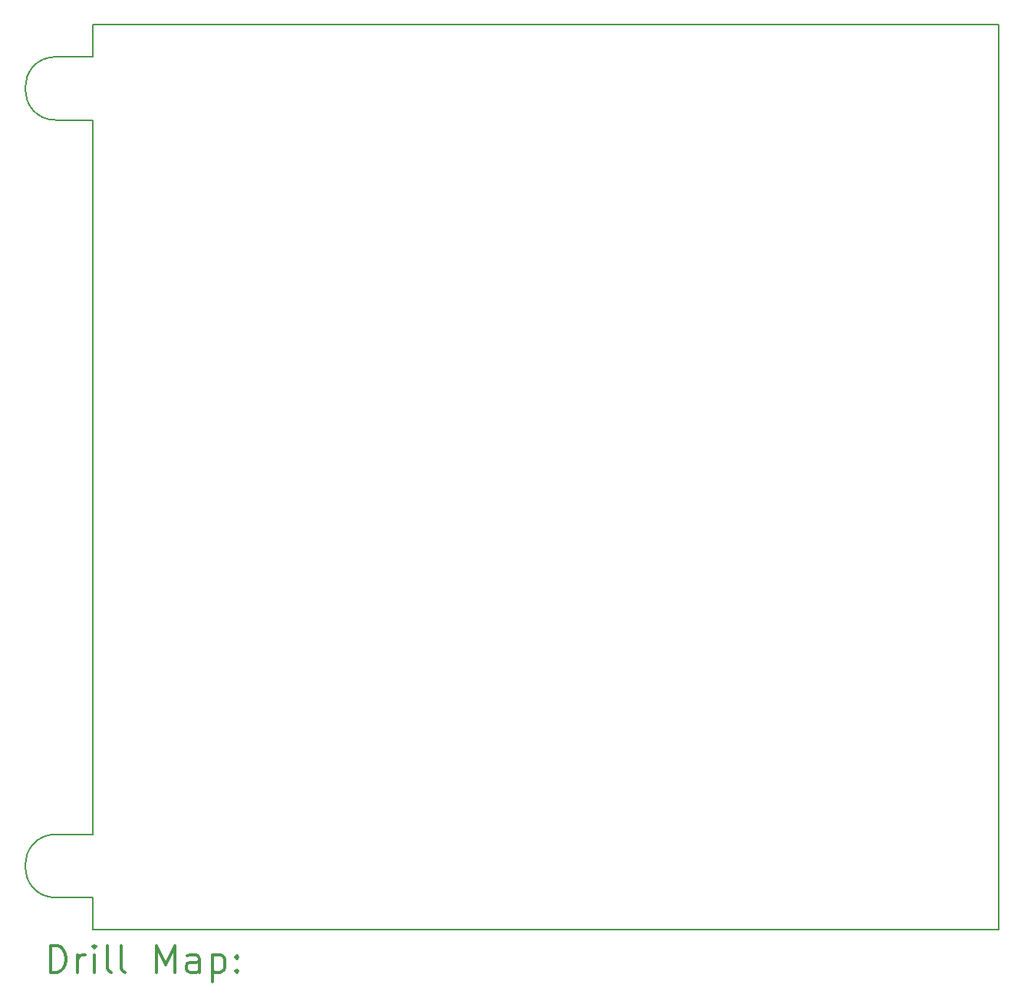
<source format=gbr>
%FSLAX45Y45*%
G04 Gerber Fmt 4.5, Leading zero omitted, Abs format (unit mm)*
G04 Created by KiCad (PCBNEW (5.0.1)-3) date 2/3/2019 5:01:10 PM*
%MOMM*%
%LPD*%
G01*
G04 APERTURE LIST*
%ADD10C,0.150000*%
%ADD11C,0.200000*%
%ADD12C,0.300000*%
G04 APERTURE END LIST*
D10*
X10000000Y-13945000D02*
X10000000Y-6055000D01*
X9600000Y-6055000D02*
G75*
G02X9600000Y-5355000I0J350000D01*
G01*
X10000000Y-5355000D02*
X9600000Y-5355000D01*
X10000000Y-5000000D02*
X10000000Y-5355000D01*
X10000000Y-6055000D02*
X9600000Y-6055000D01*
X9600000Y-13945000D02*
X10000000Y-13945000D01*
X10000000Y-14645000D02*
X9600000Y-14645000D01*
X9600000Y-14645000D02*
G75*
G02X9600000Y-13945000I0J350000D01*
G01*
X10000000Y-15000000D02*
X10000000Y-14645000D01*
X20000000Y-15000000D02*
X10000000Y-15000000D01*
X20000000Y-5000000D02*
X20000000Y-15000000D01*
X10000000Y-5000000D02*
X20000000Y-5000000D01*
D11*
D12*
X9528928Y-15473214D02*
X9528928Y-15173214D01*
X9600357Y-15173214D01*
X9643214Y-15187500D01*
X9671786Y-15216071D01*
X9686071Y-15244643D01*
X9700357Y-15301786D01*
X9700357Y-15344643D01*
X9686071Y-15401786D01*
X9671786Y-15430357D01*
X9643214Y-15458929D01*
X9600357Y-15473214D01*
X9528928Y-15473214D01*
X9828928Y-15473214D02*
X9828928Y-15273214D01*
X9828928Y-15330357D02*
X9843214Y-15301786D01*
X9857500Y-15287500D01*
X9886071Y-15273214D01*
X9914643Y-15273214D01*
X10014643Y-15473214D02*
X10014643Y-15273214D01*
X10014643Y-15173214D02*
X10000357Y-15187500D01*
X10014643Y-15201786D01*
X10028928Y-15187500D01*
X10014643Y-15173214D01*
X10014643Y-15201786D01*
X10200357Y-15473214D02*
X10171786Y-15458929D01*
X10157500Y-15430357D01*
X10157500Y-15173214D01*
X10357500Y-15473214D02*
X10328928Y-15458929D01*
X10314643Y-15430357D01*
X10314643Y-15173214D01*
X10700357Y-15473214D02*
X10700357Y-15173214D01*
X10800357Y-15387500D01*
X10900357Y-15173214D01*
X10900357Y-15473214D01*
X11171786Y-15473214D02*
X11171786Y-15316071D01*
X11157500Y-15287500D01*
X11128928Y-15273214D01*
X11071786Y-15273214D01*
X11043214Y-15287500D01*
X11171786Y-15458929D02*
X11143214Y-15473214D01*
X11071786Y-15473214D01*
X11043214Y-15458929D01*
X11028928Y-15430357D01*
X11028928Y-15401786D01*
X11043214Y-15373214D01*
X11071786Y-15358929D01*
X11143214Y-15358929D01*
X11171786Y-15344643D01*
X11314643Y-15273214D02*
X11314643Y-15573214D01*
X11314643Y-15287500D02*
X11343214Y-15273214D01*
X11400357Y-15273214D01*
X11428928Y-15287500D01*
X11443214Y-15301786D01*
X11457500Y-15330357D01*
X11457500Y-15416071D01*
X11443214Y-15444643D01*
X11428928Y-15458929D01*
X11400357Y-15473214D01*
X11343214Y-15473214D01*
X11314643Y-15458929D01*
X11586071Y-15444643D02*
X11600357Y-15458929D01*
X11586071Y-15473214D01*
X11571786Y-15458929D01*
X11586071Y-15444643D01*
X11586071Y-15473214D01*
X11586071Y-15287500D02*
X11600357Y-15301786D01*
X11586071Y-15316071D01*
X11571786Y-15301786D01*
X11586071Y-15287500D01*
X11586071Y-15316071D01*
M02*

</source>
